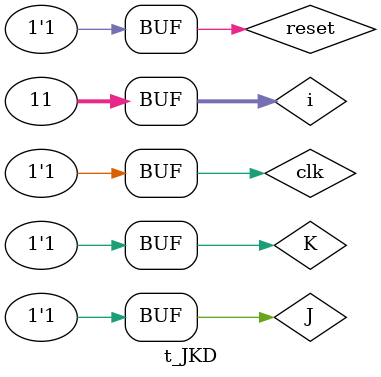
<source format=v>
`timescale 1ns/1ps
module t_JKD;
reg J,K,clk,reset;
wire Q;

JK_D J1(.J(J), .K(K), .clk(clk), .Q(Q), .reset(reset));
integer i;

initial begin
reset=0;
reset=1;
#8
J=0;K=1;
#10
J=0;K=0;
#10
J=1;K=0;
#10
J=1;K=1;
#10
J=1;K=1;
end

initial begin
clk=0;
for(i=0;i<=10;i++)
#10 clk=~clk;
end

initial
$monitor("%d %d  %d\n",J,K,Q);

endmodule
</source>
